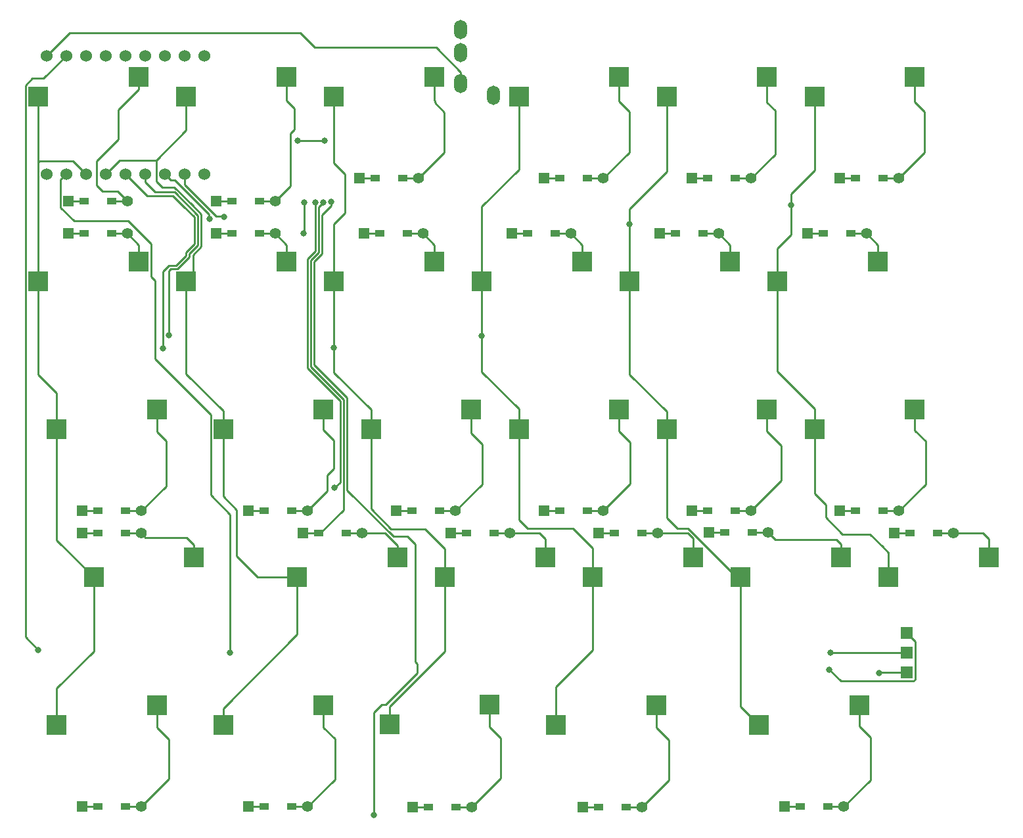
<source format=gbr>
G04 #@! TF.GenerationSoftware,KiCad,Pcbnew,7.0.8*
G04 #@! TF.CreationDate,2023-10-21T06:46:12+09:00*
G04 #@! TF.ProjectId,ckb9,636b6239-2e6b-4696-9361-645f70636258,rev?*
G04 #@! TF.SameCoordinates,Original*
G04 #@! TF.FileFunction,Copper,L2,Bot*
G04 #@! TF.FilePolarity,Positive*
%FSLAX46Y46*%
G04 Gerber Fmt 4.6, Leading zero omitted, Abs format (unit mm)*
G04 Created by KiCad (PCBNEW 7.0.8) date 2023-10-21 06:46:12*
%MOMM*%
%LPD*%
G01*
G04 APERTURE LIST*
G04 #@! TA.AperFunction,ComponentPad*
%ADD10R,1.397000X1.397000*%
G04 #@! TD*
G04 #@! TA.AperFunction,SMDPad,CuDef*
%ADD11R,1.300000X0.950000*%
G04 #@! TD*
G04 #@! TA.AperFunction,ComponentPad*
%ADD12C,1.397000*%
G04 #@! TD*
G04 #@! TA.AperFunction,SMDPad,CuDef*
%ADD13R,2.550000X2.500000*%
G04 #@! TD*
G04 #@! TA.AperFunction,SMDPad,CuDef*
%ADD14R,1.524000X1.524000*%
G04 #@! TD*
G04 #@! TA.AperFunction,ComponentPad*
%ADD15O,1.700000X2.500000*%
G04 #@! TD*
G04 #@! TA.AperFunction,ComponentPad*
%ADD16C,1.524000*%
G04 #@! TD*
G04 #@! TA.AperFunction,ViaPad*
%ADD17C,0.800000*%
G04 #@! TD*
G04 #@! TA.AperFunction,Conductor*
%ADD18C,0.250000*%
G04 #@! TD*
G04 APERTURE END LIST*
D10*
X421530000Y55760000D03*
D11*
X423565000Y55760000D03*
X427115000Y55760000D03*
D12*
X429150000Y55760000D03*
D10*
X497670000Y51567500D03*
D11*
X499705000Y51567500D03*
X503255000Y51567500D03*
D12*
X505290000Y51567500D03*
D10*
X478620000Y51567500D03*
D11*
X480655000Y51567500D03*
X484205000Y51567500D03*
D12*
X486240000Y51567500D03*
D10*
X459010000Y58720000D03*
D11*
X461045000Y58720000D03*
X464595000Y58720000D03*
D12*
X466630000Y58720000D03*
D10*
X520922500Y58720000D03*
D11*
X522957500Y58720000D03*
X526507500Y58720000D03*
D12*
X528542500Y58720000D03*
D10*
X440580000Y55760000D03*
D11*
X442615000Y55760000D03*
X446165000Y55760000D03*
D12*
X448200000Y55760000D03*
D10*
X501872500Y58720000D03*
D11*
X503907500Y58720000D03*
X507457500Y58720000D03*
D12*
X509492500Y58720000D03*
D10*
X516720000Y51567500D03*
D11*
X518755000Y51567500D03*
X522305000Y51567500D03*
D12*
X524340000Y51567500D03*
D10*
X513779000Y-22242500D03*
D11*
X515814000Y-22242500D03*
X519364000Y-22242500D03*
D12*
X521399000Y-22242500D03*
D13*
X417635000Y69260000D03*
X430562000Y71800000D03*
X436685000Y69260000D03*
X449612000Y71800000D03*
X455735000Y69260000D03*
X468662000Y71800000D03*
X479547500Y69260000D03*
X492474500Y71800000D03*
X498597500Y69260000D03*
X511524500Y71800000D03*
X517647500Y69260000D03*
X530574500Y71800000D03*
X417635000Y45447500D03*
X430562000Y47987500D03*
X436685000Y45447500D03*
X449612000Y47987500D03*
X455735000Y45447500D03*
X468662000Y47987500D03*
X474785000Y45447500D03*
X487712000Y47987500D03*
D10*
X463772500Y15857500D03*
D11*
X465807500Y15857500D03*
X469357500Y15857500D03*
D12*
X471392500Y15857500D03*
D10*
X482822500Y15857500D03*
D11*
X484857500Y15857500D03*
X488407500Y15857500D03*
D12*
X490442500Y15857500D03*
D10*
X501872500Y15857500D03*
D11*
X503907500Y15857500D03*
X507457500Y15857500D03*
D12*
X509492500Y15857500D03*
D10*
X520922500Y15857500D03*
D11*
X522957500Y15857500D03*
X526507500Y15857500D03*
D12*
X528542500Y15857500D03*
D10*
X451757500Y12977500D03*
D11*
X453792500Y12977500D03*
X457342500Y12977500D03*
D12*
X459377500Y12977500D03*
D10*
X470807500Y12977500D03*
D11*
X472842500Y12977500D03*
X476392500Y12977500D03*
D12*
X478427500Y12977500D03*
D10*
X489857500Y12977500D03*
D11*
X491892500Y12977500D03*
X495442500Y12977500D03*
D12*
X497477500Y12977500D03*
D10*
X504090000Y13050000D03*
D11*
X506125000Y13050000D03*
X509675000Y13050000D03*
D12*
X511710000Y13050000D03*
D10*
X527957500Y12977500D03*
D11*
X529992500Y12977500D03*
X533542500Y12977500D03*
D12*
X535577500Y12977500D03*
D10*
X444722500Y-22242500D03*
D11*
X446757500Y-22242500D03*
X450307500Y-22242500D03*
D12*
X452342500Y-22242500D03*
D10*
X423291000Y15857500D03*
D11*
X425326000Y15857500D03*
X428876000Y15857500D03*
D12*
X430911000Y15857500D03*
D10*
X423291000Y-22242500D03*
D11*
X425326000Y-22242500D03*
X428876000Y-22242500D03*
D12*
X430911000Y-22242500D03*
D10*
X423250000Y12980000D03*
D11*
X425285000Y12980000D03*
X428835000Y12980000D03*
D12*
X430870000Y12980000D03*
D10*
X459570000Y51567500D03*
D11*
X461605000Y51567500D03*
X465155000Y51567500D03*
D12*
X467190000Y51567500D03*
D10*
X444722500Y15857500D03*
D11*
X446757500Y15857500D03*
X450307500Y15857500D03*
D12*
X452342500Y15857500D03*
D10*
X421470000Y51567500D03*
D11*
X423505000Y51567500D03*
X427055000Y51567500D03*
D12*
X429090000Y51567500D03*
D10*
X440520000Y51567500D03*
D11*
X442555000Y51567500D03*
X446105000Y51567500D03*
D12*
X448140000Y51567500D03*
D10*
X482822500Y58720000D03*
D11*
X484857500Y58720000D03*
X488407500Y58720000D03*
D12*
X490442500Y58720000D03*
D13*
X493835000Y45447500D03*
X506762000Y47987500D03*
X512885000Y45447500D03*
X525812000Y47987500D03*
X441447500Y26397500D03*
X454374500Y28937500D03*
X460497500Y26397500D03*
X473424500Y28937500D03*
X479547500Y26397500D03*
X492474500Y28937500D03*
X498597500Y26397500D03*
X511524500Y28937500D03*
X517647500Y26397500D03*
X530574500Y28937500D03*
X450972500Y7347500D03*
X463899500Y9887500D03*
X470022500Y7347500D03*
X482949500Y9887500D03*
X489072500Y7347500D03*
X501999500Y9887500D03*
X508122500Y7347500D03*
X521049500Y9887500D03*
X527172500Y7347500D03*
X540099500Y9887500D03*
X441447500Y-11702500D03*
X454374500Y-9162500D03*
X420016000Y26397500D03*
X432943000Y28937500D03*
X420016000Y-11702500D03*
X432943000Y-9162500D03*
X424779000Y7347500D03*
X437706000Y9887500D03*
X510504000Y-11702500D03*
X523431000Y-9162500D03*
D10*
X487800000Y-22290000D03*
D11*
X489835000Y-22290000D03*
X493385000Y-22290000D03*
D12*
X495420000Y-22290000D03*
D10*
X465890000Y-22290000D03*
D11*
X467925000Y-22290000D03*
X471475000Y-22290000D03*
D12*
X473510000Y-22290000D03*
D13*
X462865000Y-11680000D03*
X475792000Y-9140000D03*
X484325000Y-11710000D03*
X497252000Y-9170000D03*
D14*
X529520000Y-4970000D03*
X529520000Y-2430000D03*
X529520000Y110000D03*
D15*
X476270000Y69390000D03*
X472070000Y77890000D03*
X472070000Y74890000D03*
X472070000Y70890000D03*
D16*
X418690000Y59270000D03*
X421230000Y59270000D03*
X423770000Y59270000D03*
X426310000Y59270000D03*
X428850000Y59270000D03*
X431390000Y59270000D03*
X433930000Y59270000D03*
X436470000Y59270000D03*
X439010000Y59270000D03*
X439010000Y74510000D03*
X436470000Y74510000D03*
X433930000Y74510000D03*
X431390000Y74510000D03*
X428850000Y74510000D03*
X426310000Y74510000D03*
X423770000Y74510000D03*
X421230000Y74510000D03*
X418690000Y74510000D03*
D17*
X453310001Y55620000D03*
X451860000Y55560000D03*
X451800000Y51570000D03*
X454560000Y63540000D03*
X441530000Y53755010D03*
X514620000Y55280000D03*
X455800000Y18800000D03*
X451010000Y63540000D03*
X439670000Y53470000D03*
X474785000Y38425000D03*
X493835000Y52815000D03*
X434420000Y38470000D03*
X519560000Y-4580000D03*
X455735000Y36835000D03*
X433700000Y36780000D03*
X417640000Y-2080000D03*
X526000000Y-5010000D03*
X519710000Y-2410000D03*
X455372280Y55704035D03*
X460843501Y-23313501D03*
X442370000Y-2410000D03*
X454380000Y55580000D03*
D18*
X530413620Y-6060000D02*
X521040000Y-6060000D01*
X529520000Y110000D02*
X530607000Y-977000D01*
X521040000Y-6060000D02*
X519560000Y-4580000D01*
X530607000Y-5866620D02*
X530413620Y-6060000D01*
X530607000Y-977000D02*
X530607000Y-5866620D01*
X434100000Y19046500D02*
X430911000Y15857500D01*
X434100000Y24840000D02*
X434100000Y19046500D01*
X432943000Y25997000D02*
X434100000Y24840000D01*
X432943000Y28937500D02*
X432943000Y25997000D01*
X430911000Y15857500D02*
X428876000Y15857500D01*
X430911000Y-22242500D02*
X428876000Y-22242500D01*
X434490000Y-18663500D02*
X430911000Y-22242500D01*
X432943000Y-9162500D02*
X432943000Y-12023000D01*
X432943000Y-12023000D02*
X434490000Y-13570000D01*
X434490000Y-13570000D02*
X434490000Y-18663500D01*
X477200000Y-18600000D02*
X473510000Y-22290000D01*
X477200000Y-13420000D02*
X477200000Y-18600000D01*
X473510000Y-22290000D02*
X471475000Y-22290000D01*
X475792000Y-12012000D02*
X477200000Y-13420000D01*
X475792000Y-9140000D02*
X475792000Y-12012000D01*
X431440000Y12410000D02*
X430870000Y12980000D01*
X437706000Y9887500D02*
X437706000Y11484000D01*
X436780000Y12410000D02*
X431440000Y12410000D01*
X437706000Y11484000D02*
X436780000Y12410000D01*
X430870000Y12980000D02*
X428835000Y12980000D01*
X524840000Y-18801500D02*
X521399000Y-22242500D01*
X524840000Y-13300000D02*
X524840000Y-18801500D01*
X520107500Y-22242500D02*
X519364000Y-22242500D01*
X523431000Y-9162500D02*
X523431000Y-11891000D01*
X521399000Y-22242500D02*
X520107500Y-22242500D01*
X523431000Y-11891000D02*
X524840000Y-13300000D01*
X429150000Y55760000D02*
X427115000Y55760000D01*
X427940000Y63720000D02*
X427940000Y67550000D01*
X450610000Y67680000D02*
X450610000Y64974999D01*
X450610000Y64974999D02*
X450125001Y64490000D01*
X449612000Y68678000D02*
X450610000Y67680000D01*
X450125001Y57685001D02*
X448200000Y55760000D01*
X449612000Y71800000D02*
X449612000Y68678000D01*
X450125001Y64490000D02*
X450125001Y57685001D01*
X448200000Y55760000D02*
X446165000Y55760000D01*
X468710000Y68690000D02*
X468710000Y68470000D01*
X468662000Y71800000D02*
X468662000Y68690000D01*
X466630000Y58720000D02*
X464595000Y58720000D01*
X469970000Y62060000D02*
X466630000Y58720000D01*
X469970000Y67210000D02*
X469970000Y62060000D01*
X468662000Y68690000D02*
X468710000Y68690000D01*
X468710000Y68470000D02*
X469970000Y67210000D01*
X490442500Y58720000D02*
X493780000Y62057500D01*
X493780000Y67280000D02*
X492474500Y68585500D01*
X490442500Y58720000D02*
X488407500Y58720000D01*
X492474500Y68585500D02*
X492474500Y71800000D01*
X493780000Y62057500D02*
X493780000Y67280000D01*
X512580000Y67420000D02*
X512580000Y61807500D01*
X511524500Y68475500D02*
X512580000Y67420000D01*
X509492500Y58720000D02*
X507457500Y58720000D01*
X512580000Y61807500D02*
X509492500Y58720000D01*
X511524500Y71800000D02*
X511524500Y68475500D01*
X528542500Y58720000D02*
X526507500Y58720000D01*
X530574500Y68515500D02*
X531840000Y67250000D01*
X530574500Y71800000D02*
X530574500Y68515500D01*
X531840000Y67250000D02*
X531840000Y62017500D01*
X531840000Y62017500D02*
X528542500Y58720000D01*
X430562000Y47987500D02*
X430562000Y50095500D01*
X430562000Y50095500D02*
X429090000Y51567500D01*
X429090000Y51567500D02*
X427055000Y51567500D01*
X446105000Y51567500D02*
X448140000Y51567500D01*
X449612000Y50095500D02*
X448140000Y51567500D01*
X449612000Y47987500D02*
X449612000Y50095500D01*
X467190000Y51567500D02*
X465155000Y51567500D01*
X468662000Y47987500D02*
X468662000Y50095500D01*
X468662000Y50095500D02*
X467190000Y51567500D01*
X486240000Y51567500D02*
X484205000Y51567500D01*
X487712000Y50095500D02*
X486240000Y51567500D01*
X487712000Y47987500D02*
X487712000Y50095500D01*
X505290000Y51567500D02*
X503255000Y51567500D01*
X506762000Y50095500D02*
X505290000Y51567500D01*
X506762000Y47987500D02*
X506762000Y50095500D01*
X524340000Y51567500D02*
X522305000Y51567500D01*
X525812000Y50095500D02*
X524340000Y51567500D01*
X525812000Y47987500D02*
X525812000Y50095500D01*
X454374500Y26255500D02*
X455670000Y24960000D01*
X454374500Y28937500D02*
X454374500Y26255500D01*
X454887501Y18402501D02*
X452342500Y15857500D01*
X455670000Y24960000D02*
X455670000Y21272499D01*
X452342500Y15857500D02*
X450307500Y15857500D01*
X455670000Y21272499D02*
X454887501Y20490000D01*
X454887501Y20490000D02*
X454887501Y18402501D01*
X471392500Y15857500D02*
X469357500Y15857500D01*
X474840000Y19305000D02*
X471392500Y15857500D01*
X473424500Y28937500D02*
X473424500Y25885500D01*
X473424500Y25885500D02*
X474840000Y24470000D01*
X474840000Y24470000D02*
X474840000Y19305000D01*
X492474500Y28937500D02*
X492474500Y26135500D01*
X493920000Y19335000D02*
X490442500Y15857500D01*
X492474500Y26135500D02*
X493920000Y24690000D01*
X490442500Y15857500D02*
X488407500Y15857500D01*
X493920000Y24690000D02*
X493920000Y19335000D01*
X511524500Y26115500D02*
X511524500Y28937500D01*
X513400000Y24240000D02*
X511524500Y26115500D01*
X509492500Y15857500D02*
X507457500Y15857500D01*
X509492500Y15857500D02*
X513400000Y19765000D01*
X513400000Y19765000D02*
X513400000Y24240000D01*
X530574500Y26235500D02*
X531980000Y24830000D01*
X530574500Y28937500D02*
X530574500Y26235500D01*
X531980000Y19295000D02*
X528542500Y15857500D01*
X528542500Y15857500D02*
X526507500Y15857500D01*
X531980000Y24830000D02*
X531980000Y19295000D01*
X463899500Y11414090D02*
X463899500Y9887500D01*
X457342500Y12977500D02*
X459377500Y12977500D01*
X459377500Y12977500D02*
X462336090Y12977500D01*
X462336090Y12977500D02*
X463899500Y11414090D01*
X476392500Y12977500D02*
X478427500Y12977500D01*
X482172500Y12977500D02*
X482949500Y12200500D01*
X482949500Y12200500D02*
X482949500Y9887500D01*
X478427500Y12977500D02*
X482172500Y12977500D01*
X497477500Y12977500D02*
X501317500Y12977500D01*
X501999500Y12295500D02*
X501999500Y9887500D01*
X501317500Y12977500D02*
X501999500Y12295500D01*
X495442500Y12977500D02*
X497477500Y12977500D01*
X521049500Y11560500D02*
X521049500Y9887500D01*
X520440000Y12170000D02*
X521049500Y11560500D01*
X512590000Y12170000D02*
X520440000Y12170000D01*
X511710000Y13050000D02*
X512590000Y12170000D01*
X509675000Y13050000D02*
X511710000Y13050000D01*
X539372500Y12977500D02*
X540099500Y12250500D01*
X540099500Y12250500D02*
X540099500Y9887500D01*
X535577500Y12977500D02*
X539372500Y12977500D01*
X535577500Y12977500D02*
X533542500Y12977500D01*
X454374500Y-9162500D02*
X454374500Y-12074500D01*
X454374500Y-12074500D02*
X455840000Y-13540000D01*
X455840000Y-18745000D02*
X452342500Y-22242500D01*
X452342500Y-22242500D02*
X450307500Y-22242500D01*
X455840000Y-13540000D02*
X455840000Y-18745000D01*
X495420000Y-22290000D02*
X493385000Y-22290000D01*
X497252000Y-12082000D02*
X498860000Y-13690000D01*
X498860000Y-18850000D02*
X495420000Y-22290000D01*
X498860000Y-13690000D02*
X498860000Y-18850000D01*
X497252000Y-9170000D02*
X497252000Y-12082000D01*
X503907500Y15857500D02*
X501872500Y15857500D01*
X456520000Y30040000D02*
X456520000Y20180000D01*
X446757500Y15857500D02*
X444722500Y15857500D01*
X453310001Y49360001D02*
X452290000Y48340000D01*
X452290000Y48340000D02*
X452290000Y34270000D01*
X522957500Y15857500D02*
X520922500Y15857500D01*
X456520000Y20180000D02*
X456520000Y19880000D01*
X465807500Y15857500D02*
X463772500Y15857500D01*
X484857500Y15857500D02*
X482822500Y15857500D01*
X453310001Y55620000D02*
X453310001Y49360001D01*
X452290000Y34270000D02*
X456520000Y30040000D01*
X456520000Y19520000D02*
X456520000Y19880000D01*
X425326000Y15857500D02*
X423291000Y15857500D01*
X455800000Y18800000D02*
X456520000Y19520000D01*
X529992500Y12977500D02*
X527957500Y12977500D01*
X489857500Y12977500D02*
X491892500Y12977500D01*
X425285000Y12980000D02*
X423250000Y12980000D01*
X452740010Y34456400D02*
X456970010Y30226400D01*
X456970010Y30226400D02*
X456970010Y15980000D01*
X453760011Y54960011D02*
X453760010Y49173600D01*
X504090000Y13050000D02*
X506125000Y13050000D01*
X470807500Y12977500D02*
X472842500Y12977500D01*
X453792500Y12977500D02*
X453967510Y12977500D01*
X451757500Y12977500D02*
X453792500Y12977500D01*
X454380000Y55580000D02*
X453760011Y54960011D01*
X453760010Y49173600D02*
X452740010Y48153600D01*
X452740010Y48153600D02*
X452740010Y34456400D01*
X453967510Y12977500D02*
X456970010Y15980000D01*
X462370000Y-9100000D02*
X466471002Y-4998998D01*
X460843501Y-10116499D02*
X461860000Y-9100000D01*
X489835000Y-22290000D02*
X487800000Y-22290000D01*
X460843501Y-23313501D02*
X460843501Y-10116499D01*
X465196401Y12560009D02*
X463389991Y12560009D01*
X454210019Y48987199D02*
X454210020Y53976090D01*
X466200010Y11556400D02*
X465196401Y12560009D01*
X453190020Y47967200D02*
X454210019Y48987199D01*
X466471002Y-3868000D02*
X466200010Y-3597008D01*
X463389991Y12560009D02*
X457420020Y18529980D01*
X453190020Y34642800D02*
X453190020Y47967200D01*
X457420020Y18529980D02*
X457420020Y30412800D01*
X423565000Y55760000D02*
X421530000Y55760000D01*
X442615000Y55760000D02*
X440580000Y55760000D01*
X522957500Y58720000D02*
X520922500Y58720000D01*
X461045000Y58720000D02*
X459010000Y58720000D01*
X484857500Y58720000D02*
X482822500Y58720000D01*
X501872500Y58720000D02*
X503907500Y58720000D01*
X423505000Y51567500D02*
X421470000Y51567500D01*
X451860000Y55560000D02*
X451860000Y51630000D01*
X518755000Y51567500D02*
X516720000Y51567500D01*
X499705000Y51567500D02*
X497670000Y51567500D01*
X480655000Y51567500D02*
X478620000Y51567500D01*
X459570000Y51567500D02*
X461605000Y51567500D01*
X451860000Y51630000D02*
X451800000Y51570000D01*
X442555000Y51567500D02*
X440520000Y51567500D01*
X435183590Y56900000D02*
X438179990Y53903600D01*
X474785000Y33725000D02*
X479547500Y28962500D01*
X438179990Y53903600D02*
X438179990Y50072398D01*
X474785000Y45447500D02*
X474785000Y38425000D01*
X437106992Y48999400D02*
X437106992Y48546992D01*
X437106992Y48546992D02*
X435582501Y47022501D01*
X507583910Y7347500D02*
X508122500Y7347500D01*
X439650000Y54070000D02*
X439650000Y53490000D01*
X433930000Y59270000D02*
X434691999Y58508001D01*
X501356410Y13575000D02*
X507583910Y7347500D01*
X498597500Y14947500D02*
X499970000Y13575000D01*
X498597500Y26397500D02*
X498597500Y14947500D01*
X435211999Y58508001D02*
X439650000Y54070000D01*
X493835000Y45447500D02*
X493835000Y33395000D01*
X439650000Y53490000D02*
X439670000Y53470000D01*
X498597500Y28632500D02*
X498597500Y26397500D01*
X508122500Y7347500D02*
X508122500Y-9321000D01*
X498597500Y69260000D02*
X498597500Y59537500D01*
X508122500Y-9321000D02*
X510504000Y-11702500D01*
X434691999Y58508001D02*
X435211999Y58508001D01*
X498597500Y59537500D02*
X493835000Y54775000D01*
X493835000Y52815000D02*
X493835000Y45447500D01*
X493835000Y53435000D02*
X493835000Y52815000D01*
X499970000Y13575000D02*
X501356410Y13575000D01*
X493835000Y54775000D02*
X493835000Y53435000D01*
X493835000Y33395000D02*
X498597500Y28632500D01*
X512885000Y45447500D02*
X512885000Y33795000D01*
X527172500Y10487500D02*
X527172500Y7347500D01*
X514620000Y55280000D02*
X514620000Y51430000D01*
X526450000Y11200000D02*
X526460000Y11200000D01*
X514620000Y51430000D02*
X512885000Y49695000D01*
X441526011Y53838999D02*
X441526011Y53758999D01*
X440021001Y54338999D02*
X440400000Y53960000D01*
X512885000Y33795000D02*
X517647500Y29032500D01*
X519120000Y15020000D02*
X521280000Y12860000D01*
X517647500Y69260000D02*
X517647500Y59752500D01*
X517647500Y18082500D02*
X519120000Y16610000D01*
X512885000Y49695000D02*
X512885000Y45447500D01*
X526450000Y11200000D02*
X524790000Y12860000D01*
X517647500Y26397500D02*
X517647500Y18082500D01*
X436470000Y57887998D02*
X440018999Y54338999D01*
X517647500Y29032500D02*
X517647500Y26397500D01*
X519120000Y16610000D02*
X519120000Y15020000D01*
X440018999Y54338999D02*
X440021001Y54338999D01*
X436470000Y59270000D02*
X436470000Y57887998D01*
X517647500Y59752500D02*
X514620000Y56725000D01*
X440518999Y53838999D02*
X441526011Y53838999D01*
X521280000Y12860000D02*
X524790000Y12860000D01*
X440018999Y54338999D02*
X440518999Y53838999D01*
X526460000Y11200000D02*
X527172500Y10487500D01*
X441526011Y53758999D02*
X441530000Y53755010D01*
X514620000Y56725000D02*
X514620000Y55280000D01*
X451010000Y63540000D02*
X454560000Y63540000D01*
X430562000Y70160000D02*
X430562000Y71800000D01*
X427940000Y67550000D02*
X427952000Y67550000D01*
X427952000Y67550000D02*
X430562000Y70160000D01*
X425900000Y57040000D02*
X425120000Y57820000D01*
X425120000Y57820000D02*
X425120000Y60900000D01*
X425120000Y60900000D02*
X427940000Y63720000D01*
X427870000Y57040000D02*
X425900000Y57040000D01*
X429150000Y55760000D02*
X427870000Y57040000D01*
X515814000Y-22242500D02*
X513779000Y-22242500D01*
X457420020Y30412800D02*
X453190020Y34642800D01*
X461860000Y-9100000D02*
X462370000Y-9100000D01*
X467925000Y-22290000D02*
X465890000Y-22290000D01*
X454210020Y53976090D02*
X455372280Y55138350D01*
X466200010Y-3597008D02*
X466200010Y11556400D01*
X446757500Y-22242500D02*
X444722500Y-22242500D01*
X466471002Y-4998998D02*
X466471002Y-3868000D01*
X425326000Y-22242500D02*
X423291000Y-22242500D01*
X455372280Y55138350D02*
X455372280Y55704035D01*
X472070000Y70890000D02*
X472070000Y72390000D01*
X453250000Y75580000D02*
X451370000Y77460000D01*
X472070000Y72390000D02*
X468880000Y75580000D01*
X451370000Y77460000D02*
X421640000Y77460000D01*
X468880000Y75580000D02*
X453250000Y75580000D01*
X421640000Y77460000D02*
X418690000Y74510000D01*
X519790000Y-2330000D02*
X519710000Y-2410000D01*
X421230000Y74510000D02*
X418294547Y71574547D01*
X415960000Y70695002D02*
X415960000Y-400000D01*
X416839545Y71574547D02*
X415960000Y70695002D01*
X418294547Y71574547D02*
X416839545Y71574547D01*
X415960000Y-400000D02*
X417640000Y-2080000D01*
X529220000Y-4580000D02*
X529510000Y-4870000D01*
X422130000Y60910000D02*
X417760000Y60910000D01*
X420016000Y26397500D02*
X420016000Y12110500D01*
X417635000Y33415000D02*
X420016000Y31034000D01*
X417635000Y45447500D02*
X417635000Y33415000D01*
X417760000Y60910000D02*
X417602999Y60752999D01*
X417635000Y66655000D02*
X417602999Y66622999D01*
X417602999Y57162999D02*
X417602999Y45479501D01*
X420016000Y12110500D02*
X424779000Y7347500D01*
X424779000Y-2219000D02*
X420016000Y-6982000D01*
X417602999Y66622999D02*
X417602999Y60752999D01*
X417602999Y60752999D02*
X417602999Y57162999D01*
X424779000Y7347500D02*
X424779000Y-2219000D01*
X417602999Y45479501D02*
X417635000Y45447500D01*
X417635000Y69260000D02*
X417635000Y66655000D01*
X423770000Y59270000D02*
X422130000Y60910000D01*
X420016000Y-6982000D02*
X420016000Y-11702500D01*
X420016000Y31034000D02*
X420016000Y26397500D01*
X437557001Y46319501D02*
X436685000Y45447500D01*
X441447500Y26397500D02*
X441447500Y17712500D01*
X432842999Y61027001D02*
X432842999Y58287001D01*
X437557001Y48812999D02*
X437557001Y46319501D01*
X428070000Y61030000D02*
X432840000Y61030000D01*
X436685000Y64869002D02*
X432842999Y61027001D01*
X450990000Y-60000D02*
X450990000Y7330000D01*
X445872500Y7347500D02*
X450972500Y7347500D01*
X438630000Y54100000D02*
X438630000Y49885998D01*
X432842999Y58287001D02*
X433580000Y57550000D01*
X436685000Y45447500D02*
X436685000Y33515000D01*
X441447500Y-11702500D02*
X441447500Y-9602500D01*
X432840000Y61030000D02*
X432842999Y61027001D01*
X433580000Y57550000D02*
X435170000Y57550000D01*
X441447500Y17712500D02*
X443200000Y15960000D01*
X438630000Y49885998D02*
X437557001Y48812999D01*
X450990000Y7330000D02*
X450972500Y7347500D01*
X437480010Y55239990D02*
X437490010Y55239990D01*
X441447500Y-9602500D02*
X450990000Y-60000D01*
X436685000Y33515000D02*
X441447500Y28752500D01*
X426310000Y59270000D02*
X428070000Y61030000D01*
X443200000Y10020000D02*
X445872500Y7347500D01*
X441447500Y28752500D02*
X441447500Y26397500D01*
X436685000Y69260000D02*
X436685000Y64869002D01*
X435170000Y57550000D02*
X437480010Y55239990D01*
X437490010Y55239990D02*
X438630000Y54100000D01*
X443200000Y15960000D02*
X443200000Y10020000D01*
X437663590Y53783590D02*
X437729980Y53717200D01*
X437729980Y50258798D02*
X436656982Y49185800D01*
X470022500Y-2207500D02*
X462865000Y-9365000D01*
X434496100Y47472510D02*
X433969991Y46946401D01*
X436656982Y49185800D02*
X436656982Y48733392D01*
X436433590Y55013590D02*
X437663590Y53783590D01*
X455735000Y45447500D02*
X455735000Y36835000D01*
X470022500Y7347500D02*
X470022500Y-2207500D01*
X437729980Y51780000D02*
X437729980Y50258798D01*
X455735000Y60645000D02*
X455735000Y69260000D01*
X428850000Y59270000D02*
X431670010Y56449990D01*
X462865000Y-9365000D02*
X462865000Y-11680000D01*
X433969991Y46946401D02*
X433694999Y46671409D01*
X434997190Y56449990D02*
X436433590Y55013590D01*
X470012500Y10937500D02*
X467450000Y13500000D01*
X455735000Y33645000D02*
X460497500Y28882500D01*
X467450000Y13500000D02*
X463100000Y13500000D01*
X463100000Y13500000D02*
X460497500Y16102500D01*
X455735000Y52785000D02*
X457150000Y54200000D01*
X437729980Y53717200D02*
X437729980Y51780000D01*
X457150000Y59230000D02*
X455735000Y60645000D01*
X431670010Y56449990D02*
X434997190Y56449990D01*
X470022500Y10937500D02*
X470012500Y10937500D01*
X460497500Y28882500D02*
X460497500Y26397500D01*
X455735000Y45447500D02*
X455735000Y52785000D01*
X460497500Y16102500D02*
X460497500Y17397500D01*
X436656982Y48733392D02*
X435396101Y47472511D01*
X470022500Y7347500D02*
X470022500Y10937500D01*
X433694999Y46671409D02*
X433694999Y36785001D01*
X457150000Y54200000D02*
X457150000Y59230000D01*
X435396101Y47472511D02*
X434496100Y47472510D01*
X433694999Y36785001D02*
X433700000Y36780000D01*
X455735000Y36835000D02*
X455735000Y33645000D01*
X460497500Y17397500D02*
X460497500Y26397500D01*
X431390000Y58192370D02*
X432682370Y56900000D01*
X474785000Y38425000D02*
X474785000Y33725000D01*
X486530000Y13570000D02*
X480690000Y13570000D01*
X438179990Y50072398D02*
X437106992Y48999400D01*
X474785000Y55055000D02*
X474785000Y45447500D01*
X434682501Y47022501D02*
X434420000Y46760000D01*
X479547500Y14712500D02*
X479547500Y26397500D01*
X479547500Y69260000D02*
X479547500Y59817500D01*
X479547500Y59817500D02*
X474785000Y55055000D01*
X431390000Y59270000D02*
X431390000Y58192370D01*
X484325000Y-6795000D02*
X484325000Y-11710000D01*
X480690000Y13570000D02*
X479547500Y14712500D01*
X489072500Y7347500D02*
X489072500Y-2047500D01*
X489072500Y11027500D02*
X486530000Y13570000D01*
X489072500Y7347500D02*
X489072500Y11027500D01*
X434420000Y46760000D02*
X434420000Y38470000D01*
X432682370Y56900000D02*
X435183590Y56900000D01*
X479547500Y28962500D02*
X479547500Y26397500D01*
X435582501Y47022501D02*
X434682501Y47022501D01*
X489072500Y-2047500D02*
X484325000Y-6795000D01*
X529520000Y-2430000D02*
X519730000Y-2430000D01*
X526000000Y-5010000D02*
X526040000Y-4970000D01*
X526040000Y-4970000D02*
X529520000Y-4970000D01*
X519730000Y-2430000D02*
X519710000Y-2410000D01*
X420506500Y58546500D02*
X420506500Y54926880D01*
X439847499Y17912501D02*
X442370000Y15390000D01*
X420506500Y54926880D02*
X422243380Y53190000D01*
X432162001Y46032001D02*
X432670000Y45524002D01*
X422243380Y53190000D02*
X429230000Y53190000D01*
X421230000Y59270000D02*
X420506500Y58546500D01*
X429230000Y53190000D02*
X432162001Y50257999D01*
X442370000Y15390000D02*
X442370000Y-2410000D01*
X432670000Y35400000D02*
X439847499Y28222501D01*
X432670000Y45524002D02*
X432670000Y35400000D01*
X439847499Y28222501D02*
X439847499Y17912501D01*
X432162001Y50257999D02*
X432162001Y46032001D01*
M02*

</source>
